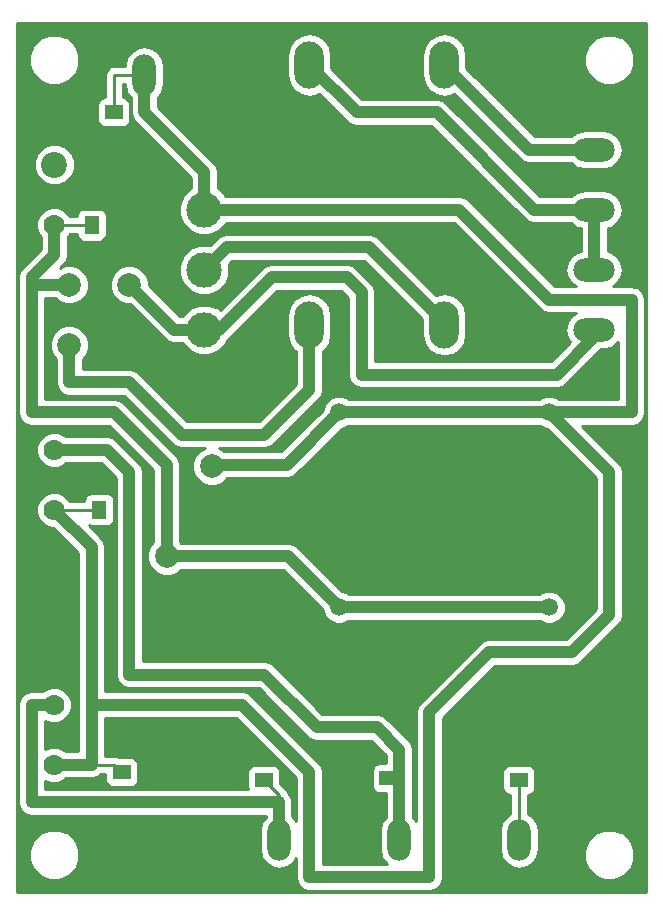
<source format=gbr>
G04 #@! TF.FileFunction,Copper,L2,Bot,Signal*
%FSLAX46Y46*%
G04 Gerber Fmt 4.6, Leading zero omitted, Abs format (unit mm)*
G04 Created by KiCad (PCBNEW (after 2015-mar-04 BZR unknown)-product) date Wed 02 Nov 2016 01:14:16 AM CET*
%MOMM*%
G01*
G04 APERTURE LIST*
%ADD10C,0.100000*%
%ADD11C,0.970000*%
%ADD12C,1.778000*%
%ADD13R,1.778000X1.778000*%
%ADD14C,2.200000*%
%ADD15O,2.499360X4.000500*%
%ADD16O,3.500120X1.998980*%
%ADD17O,1.998980X3.500120*%
%ADD18C,1.998980*%
%ADD19C,1.501140*%
%ADD20C,3.000000*%
%ADD21C,2.000000*%
%ADD22R,1.500000X1.250000*%
%ADD23R,1.250000X1.500000*%
%ADD24C,1.000000*%
%ADD25C,0.250000*%
%ADD26C,0.254000*%
G04 APERTURE END LIST*
D10*
D11*
X23495000Y-26670000D03*
X23495000Y-24765000D03*
X28575000Y-50800000D03*
X30480000Y-50800000D03*
X32385000Y-50800000D03*
X34290000Y-50800000D03*
X35560000Y-49530000D03*
X36830000Y-48260000D03*
X38100000Y-46990000D03*
X39370000Y-45720000D03*
X25400000Y-53340000D03*
X27305000Y-53340000D03*
X29210000Y-53340000D03*
X31115000Y-53340000D03*
X41275000Y-62230000D03*
X43180000Y-62230000D03*
X45085000Y-62230000D03*
X46990000Y-62230000D03*
X46990000Y-58420000D03*
X45085000Y-58420000D03*
X43180000Y-58420000D03*
X41275000Y-58420000D03*
X51435000Y-66675000D03*
X50165000Y-67945000D03*
X48895000Y-69215000D03*
X47625000Y-70485000D03*
X39370000Y-76835000D03*
X37465000Y-76835000D03*
X41275000Y-73025000D03*
X39370000Y-73025000D03*
X37465000Y-73025000D03*
X24130000Y-79375000D03*
X22225000Y-79375000D03*
X20320000Y-79375000D03*
X18415000Y-79375000D03*
X27305000Y-74295000D03*
X25400000Y-74295000D03*
X28575000Y-70485000D03*
X26670000Y-70485000D03*
X13335000Y-62230000D03*
X13335000Y-64135000D03*
X13335000Y-66040000D03*
X13335000Y-66040000D03*
X13335000Y-64135000D03*
X13335000Y-62230000D03*
X13335000Y-62230000D03*
X13335000Y-64135000D03*
X13335000Y-66040000D03*
X13335000Y-66040000D03*
X13335000Y-64135000D03*
X13335000Y-62230000D03*
X13335000Y-60325000D03*
X13335000Y-58420000D03*
X11430000Y-56515000D03*
X13335000Y-56515000D03*
X13335000Y-54610000D03*
X11430000Y-54610000D03*
X11430000Y-52705000D03*
X11430000Y-50800000D03*
X11430000Y-48895000D03*
X11430000Y-46990000D03*
X24765000Y-59055000D03*
X31115000Y-59055000D03*
X22860000Y-59055000D03*
X29210000Y-59055000D03*
X27305000Y-59055000D03*
X23495000Y-41275000D03*
X22225000Y-39370000D03*
X24130000Y-39370000D03*
X45085000Y-24765000D03*
X43180000Y-24765000D03*
X41275000Y-24765000D03*
X39370000Y-24765000D03*
X37465000Y-24765000D03*
X35560000Y-24765000D03*
X33655000Y-24765000D03*
X31750000Y-24765000D03*
X11430000Y-27940000D03*
X11430000Y-22860000D03*
X11430000Y-25400000D03*
X19685000Y-26670000D03*
X21590000Y-26670000D03*
X21590000Y-24765000D03*
X19685000Y-24765000D03*
X29845000Y-43180000D03*
X29845000Y-41275000D03*
X33655000Y-41275000D03*
X31750000Y-41275000D03*
X31750000Y-43180000D03*
D12*
X13970000Y-73660000D03*
D13*
X13970000Y-71120000D03*
D12*
X13970000Y-68580000D03*
X13970000Y-52070000D03*
D13*
X13970000Y-49530000D03*
D12*
X13970000Y-46990000D03*
X13970000Y-27940000D03*
D13*
X13970000Y-25400000D03*
D14*
X13970000Y-22860000D03*
D15*
X46990000Y-36400740D03*
X46990000Y-14399260D03*
X35560000Y-36400740D03*
X35560000Y-14399260D03*
D16*
X59690000Y-26670000D03*
X59690000Y-21590000D03*
X59690000Y-36830000D03*
X59690000Y-31750000D03*
D17*
X27940000Y-80010000D03*
X33020000Y-80010000D03*
X38100000Y-80010000D03*
X43180000Y-80010000D03*
X48260000Y-80010000D03*
X53340000Y-80010000D03*
X26670000Y-15240000D03*
X21590000Y-15240000D03*
D18*
X27305000Y-48380000D03*
X27305000Y-63380000D03*
X23495000Y-56000000D03*
X23495000Y-71000000D03*
D19*
X55880000Y-51435000D03*
X55880000Y-43815000D03*
X55880000Y-67945000D03*
X55880000Y-60325000D03*
X38100000Y-51435000D03*
X38100000Y-43815000D03*
X38100000Y-67945000D03*
X38100000Y-60325000D03*
D20*
X26670000Y-26670000D03*
X26670000Y-36830000D03*
X26670000Y-31750000D03*
X26670000Y-41910000D03*
D21*
X20320000Y-38100000D03*
X20320000Y-33020000D03*
X15240000Y-33020000D03*
X15240000Y-38100000D03*
D22*
X19030000Y-18415000D03*
X16530000Y-18415000D03*
D23*
X17145000Y-27960000D03*
X17145000Y-30460000D03*
X17780000Y-52050000D03*
X17780000Y-49550000D03*
D22*
X19705000Y-74295000D03*
X22205000Y-74295000D03*
X31730000Y-74930000D03*
X29230000Y-74930000D03*
X42271000Y-74803000D03*
X39771000Y-74803000D03*
X53320000Y-74930000D03*
X50820000Y-74930000D03*
D24*
X19685000Y-68580000D02*
X17145000Y-68580000D01*
X60960000Y-48895000D02*
X60960000Y-60960000D01*
X60960000Y-60960000D02*
X57785000Y-64135000D01*
X57785000Y-64135000D02*
X50800000Y-64135000D01*
X50800000Y-64135000D02*
X45720000Y-69215000D01*
X45720000Y-69215000D02*
X45720000Y-83185000D01*
X45720000Y-83185000D02*
X35560000Y-83185000D01*
X35560000Y-83185000D02*
X35560000Y-74295000D01*
X35560000Y-74295000D02*
X29845000Y-68580000D01*
X29845000Y-68580000D02*
X19685000Y-68580000D01*
X55880000Y-43815000D02*
X60960000Y-48895000D01*
X17145000Y-68580000D02*
X17145000Y-69850000D01*
X38100000Y-43815000D02*
X33655000Y-48260000D01*
X33655000Y-48260000D02*
X27425000Y-48260000D01*
X27425000Y-48260000D02*
X27305000Y-48380000D01*
X38100000Y-43815000D02*
X55880000Y-43815000D01*
D25*
X13970000Y-52070000D02*
X17260000Y-52070000D01*
X17260000Y-52070000D02*
X17780000Y-51550000D01*
D24*
X17145000Y-55245000D02*
X13970000Y-52070000D01*
X17145000Y-55245000D02*
X17145000Y-69850000D01*
X13970000Y-73660000D02*
X17145000Y-73660000D01*
X17145000Y-69850000D02*
X17145000Y-73660000D01*
X26670000Y-23495000D02*
X21590000Y-18415000D01*
X21590000Y-18415000D02*
X21590000Y-15240000D01*
X26670000Y-26670000D02*
X26670000Y-23495000D01*
X48260000Y-26670000D02*
X55880000Y-34290000D01*
X55880000Y-34290000D02*
X62865000Y-34290000D01*
X62865000Y-34290000D02*
X62865000Y-43815000D01*
X62865000Y-43815000D02*
X55880000Y-43815000D01*
X26670000Y-26670000D02*
X48260000Y-26670000D01*
D25*
X19050000Y-15240000D02*
X19030000Y-15260000D01*
X19030000Y-15260000D02*
X19030000Y-18415000D01*
X21590000Y-15240000D02*
X19050000Y-15240000D01*
X19070000Y-73660000D02*
X19705000Y-74295000D01*
X13970000Y-73660000D02*
X19070000Y-73660000D01*
D24*
X12065000Y-33020000D02*
X15240000Y-33020000D01*
X12065000Y-43815000D02*
X12065000Y-43815000D01*
X13970000Y-27940000D02*
X13970000Y-30480000D01*
X13970000Y-30480000D02*
X12065000Y-32385000D01*
X12065000Y-32385000D02*
X12065000Y-33020000D01*
X12065000Y-33020000D02*
X12065000Y-38100000D01*
X23495000Y-55245000D02*
X23495000Y-55245000D01*
X12065000Y-38100000D02*
X12065000Y-43815000D01*
X23495000Y-48260000D02*
X23495000Y-55245000D01*
X19050000Y-43815000D02*
X23495000Y-48260000D01*
X13335000Y-43815000D02*
X19050000Y-43815000D01*
X12065000Y-43815000D02*
X13335000Y-43815000D01*
X23495000Y-56000000D02*
X33775000Y-56000000D01*
X33775000Y-56000000D02*
X38100000Y-60325000D01*
X38100000Y-60325000D02*
X55880000Y-60325000D01*
D25*
X13970000Y-27940000D02*
X17566600Y-27940000D01*
X17566600Y-27940000D02*
X17576800Y-27950200D01*
D24*
X23495000Y-55245000D02*
X23495000Y-56000000D01*
D25*
X33020000Y-76220000D02*
X31730000Y-74930000D01*
X33020000Y-80010000D02*
X33020000Y-76220000D01*
D24*
X16510000Y-76835000D02*
X32999673Y-76835130D01*
X13970000Y-68580000D02*
X12065000Y-68580000D01*
X12065000Y-76835000D02*
X16510000Y-76835000D01*
X12065000Y-68580000D02*
X12065000Y-76835000D01*
X32999673Y-76835130D02*
X33020000Y-80010000D01*
X20320000Y-66040000D02*
X20320000Y-48895000D01*
X43180000Y-80010000D02*
X43180000Y-72390000D01*
X41275000Y-70485000D02*
X43180000Y-72390000D01*
X36195000Y-70485000D02*
X41275000Y-70485000D01*
X31750000Y-66040000D02*
X36195000Y-70485000D01*
X20320000Y-66040000D02*
X31750000Y-66040000D01*
X18415000Y-46990000D02*
X13970000Y-46990000D01*
X20320000Y-48895000D02*
X18415000Y-46990000D01*
D25*
X43180000Y-80010000D02*
X43180000Y-75450000D01*
X43180000Y-75450000D02*
X42660000Y-74930000D01*
X43180000Y-75712000D02*
X42271000Y-74803000D01*
X43180000Y-80010000D02*
X43180000Y-75712000D01*
X53340000Y-75450000D02*
X52820000Y-74930000D01*
X53086000Y-74930000D02*
X52766000Y-74930000D01*
X53340000Y-74950000D02*
X53320000Y-74930000D01*
X53340000Y-80010000D02*
X53340000Y-74950000D01*
D24*
X32385000Y-32385000D02*
X38735000Y-32385000D01*
X27940000Y-36830000D02*
X32385000Y-32385000D01*
X40005000Y-40640000D02*
X56515000Y-40640000D01*
X56515000Y-40640000D02*
X59690000Y-37465000D01*
X40005000Y-33655000D02*
X40005000Y-40640000D01*
X38735000Y-32385000D02*
X40005000Y-33655000D01*
X20320000Y-33020000D02*
X24130000Y-36830000D01*
X24130000Y-36830000D02*
X26670000Y-36830000D01*
X59690000Y-37465000D02*
X59690000Y-36830000D01*
X26670000Y-36830000D02*
X27940000Y-36830000D01*
X30480000Y-29845000D02*
X28575000Y-29845000D01*
X28575000Y-29845000D02*
X26670000Y-31750000D01*
X30274260Y-29845000D02*
X30480000Y-29845000D01*
X30480000Y-29845000D02*
X40640000Y-29845000D01*
X40640000Y-29845000D02*
X46990000Y-36195000D01*
X35560000Y-36400740D02*
X35560000Y-41910000D01*
X15240000Y-41275000D02*
X15240000Y-38100000D01*
X20320000Y-41275000D02*
X15240000Y-41275000D01*
X24765000Y-45720000D02*
X20320000Y-41275000D01*
X31750000Y-45720000D02*
X24765000Y-45720000D01*
X35560000Y-41910000D02*
X31750000Y-45720000D01*
X54180740Y-21590000D02*
X46990000Y-14399260D01*
X59690000Y-21590000D02*
X54180740Y-21590000D01*
X59690000Y-26670000D02*
X54610000Y-26670000D01*
X39575740Y-18415000D02*
X35560000Y-14399260D01*
X46355000Y-18415000D02*
X39575740Y-18415000D01*
X54610000Y-26670000D02*
X46355000Y-18415000D01*
X59690000Y-26670000D02*
X59690000Y-31750000D01*
D26*
G36*
X34425000Y-78429960D02*
X34175759Y-78056945D01*
X34142376Y-78034639D01*
X34134650Y-76827863D01*
X34090763Y-76614381D01*
X34048279Y-76400792D01*
X34046220Y-76397711D01*
X34045474Y-76394079D01*
X33923251Y-76213671D01*
X33802245Y-76032570D01*
X33799162Y-76030510D01*
X33797084Y-76027442D01*
X33733342Y-75985439D01*
X33722148Y-75929161D01*
X33722147Y-75929160D01*
X33667480Y-75847345D01*
X33557401Y-75682599D01*
X33557401Y-75682598D01*
X33127440Y-75252637D01*
X33127440Y-74305000D01*
X33080463Y-74062877D01*
X32940673Y-73850073D01*
X32729640Y-73707623D01*
X32480000Y-73657560D01*
X30980000Y-73657560D01*
X30737877Y-73704537D01*
X30525073Y-73844327D01*
X30382623Y-74055360D01*
X30332560Y-74305000D01*
X30332560Y-75555000D01*
X30360714Y-75700109D01*
X16510009Y-75700000D01*
X16510004Y-75700000D01*
X16510000Y-75700000D01*
X13200000Y-75700000D01*
X13200000Y-74990430D01*
X13665528Y-75183735D01*
X14271812Y-75184264D01*
X14832149Y-74952738D01*
X14990162Y-74795000D01*
X17145000Y-74795000D01*
X17579346Y-74708603D01*
X17947566Y-74462566D01*
X17976007Y-74420000D01*
X18307560Y-74420000D01*
X18307560Y-74920000D01*
X18354537Y-75162123D01*
X18494327Y-75374927D01*
X18705360Y-75517377D01*
X18955000Y-75567440D01*
X20455000Y-75567440D01*
X20697123Y-75520463D01*
X20909927Y-75380673D01*
X21052377Y-75169640D01*
X21102440Y-74920000D01*
X21102440Y-73670000D01*
X21055463Y-73427877D01*
X20915673Y-73215073D01*
X20704640Y-73072623D01*
X20455000Y-73022560D01*
X19457681Y-73022560D01*
X19360839Y-72957852D01*
X19070000Y-72900000D01*
X18280000Y-72900000D01*
X18280000Y-69850000D01*
X18280000Y-69715000D01*
X19685000Y-69715000D01*
X29374867Y-69715000D01*
X34425000Y-74765132D01*
X34425000Y-78429960D01*
X34425000Y-78429960D01*
G37*
X34425000Y-78429960D02*
X34175759Y-78056945D01*
X34142376Y-78034639D01*
X34134650Y-76827863D01*
X34090763Y-76614381D01*
X34048279Y-76400792D01*
X34046220Y-76397711D01*
X34045474Y-76394079D01*
X33923251Y-76213671D01*
X33802245Y-76032570D01*
X33799162Y-76030510D01*
X33797084Y-76027442D01*
X33733342Y-75985439D01*
X33722148Y-75929161D01*
X33722147Y-75929160D01*
X33667480Y-75847345D01*
X33557401Y-75682599D01*
X33557401Y-75682598D01*
X33127440Y-75252637D01*
X33127440Y-74305000D01*
X33080463Y-74062877D01*
X32940673Y-73850073D01*
X32729640Y-73707623D01*
X32480000Y-73657560D01*
X30980000Y-73657560D01*
X30737877Y-73704537D01*
X30525073Y-73844327D01*
X30382623Y-74055360D01*
X30332560Y-74305000D01*
X30332560Y-75555000D01*
X30360714Y-75700109D01*
X16510009Y-75700000D01*
X16510004Y-75700000D01*
X16510000Y-75700000D01*
X13200000Y-75700000D01*
X13200000Y-74990430D01*
X13665528Y-75183735D01*
X14271812Y-75184264D01*
X14832149Y-74952738D01*
X14990162Y-74795000D01*
X17145000Y-74795000D01*
X17579346Y-74708603D01*
X17947566Y-74462566D01*
X17976007Y-74420000D01*
X18307560Y-74420000D01*
X18307560Y-74920000D01*
X18354537Y-75162123D01*
X18494327Y-75374927D01*
X18705360Y-75517377D01*
X18955000Y-75567440D01*
X20455000Y-75567440D01*
X20697123Y-75520463D01*
X20909927Y-75380673D01*
X21052377Y-75169640D01*
X21102440Y-74920000D01*
X21102440Y-73670000D01*
X21055463Y-73427877D01*
X20915673Y-73215073D01*
X20704640Y-73072623D01*
X20455000Y-73022560D01*
X19457681Y-73022560D01*
X19360839Y-72957852D01*
X19070000Y-72900000D01*
X18280000Y-72900000D01*
X18280000Y-69850000D01*
X18280000Y-69715000D01*
X19685000Y-69715000D01*
X29374867Y-69715000D01*
X34425000Y-74765132D01*
X34425000Y-78429960D01*
G36*
X64085000Y-84405000D02*
X64000000Y-84405000D01*
X64000000Y-43815000D01*
X64000000Y-34290000D01*
X63913603Y-33855654D01*
X63667566Y-33487434D01*
X63299346Y-33241397D01*
X63095240Y-33200797D01*
X63095240Y-13547211D01*
X62770910Y-12762273D01*
X62170886Y-12161200D01*
X61386515Y-11835501D01*
X60537211Y-11834760D01*
X59752273Y-12159090D01*
X59151200Y-12759114D01*
X58825501Y-13543485D01*
X58824760Y-14392789D01*
X59149090Y-15177727D01*
X59749114Y-15778800D01*
X60533485Y-16104499D01*
X61382789Y-16105240D01*
X62167727Y-15780910D01*
X62768800Y-15180886D01*
X63094499Y-14396515D01*
X63095240Y-13547211D01*
X63095240Y-33200797D01*
X62865000Y-33155000D01*
X61270039Y-33155000D01*
X61643055Y-32905759D01*
X61997368Y-32375492D01*
X62121786Y-31750000D01*
X61997368Y-31124508D01*
X61643055Y-30594241D01*
X61112788Y-30239928D01*
X60825000Y-30182683D01*
X60825000Y-28237316D01*
X61112788Y-28180072D01*
X61643055Y-27825759D01*
X61997368Y-27295492D01*
X62121786Y-26670000D01*
X62121786Y-21590000D01*
X61997368Y-20964508D01*
X61643055Y-20434241D01*
X61112788Y-20079928D01*
X60487296Y-19955510D01*
X58892704Y-19955510D01*
X58267212Y-20079928D01*
X57736945Y-20434241D01*
X57723074Y-20455000D01*
X54650872Y-20455000D01*
X48874680Y-14678808D01*
X48874680Y-13597062D01*
X48731217Y-12875826D01*
X48322670Y-12264392D01*
X47711236Y-11855845D01*
X46990000Y-11712382D01*
X46268764Y-11855845D01*
X45657330Y-12264392D01*
X45248783Y-12875826D01*
X45105320Y-13597062D01*
X45105320Y-15201458D01*
X45248783Y-15922694D01*
X45657330Y-16534128D01*
X46268764Y-16942675D01*
X46990000Y-17086138D01*
X47711236Y-16942675D01*
X47841346Y-16855738D01*
X53378174Y-22392566D01*
X53746394Y-22638603D01*
X53746395Y-22638603D01*
X54180740Y-22725000D01*
X57723074Y-22725000D01*
X57736945Y-22745759D01*
X58267212Y-23100072D01*
X58892704Y-23224490D01*
X60487296Y-23224490D01*
X61112788Y-23100072D01*
X61643055Y-22745759D01*
X61997368Y-22215492D01*
X62121786Y-21590000D01*
X62121786Y-26670000D01*
X61997368Y-26044508D01*
X61643055Y-25514241D01*
X61112788Y-25159928D01*
X60487296Y-25035510D01*
X58892704Y-25035510D01*
X58267212Y-25159928D01*
X57736945Y-25514241D01*
X57723074Y-25535000D01*
X55080132Y-25535000D01*
X47157566Y-17612434D01*
X46789346Y-17366397D01*
X46355000Y-17280000D01*
X40045872Y-17280000D01*
X37444680Y-14678808D01*
X37444680Y-13597062D01*
X37301217Y-12875826D01*
X36892670Y-12264392D01*
X36281236Y-11855845D01*
X35560000Y-11712382D01*
X34838764Y-11855845D01*
X34227330Y-12264392D01*
X33818783Y-12875826D01*
X33675320Y-13597062D01*
X33675320Y-15201458D01*
X33818783Y-15922694D01*
X34227330Y-16534128D01*
X34838764Y-16942675D01*
X35560000Y-17086138D01*
X36281236Y-16942675D01*
X36411346Y-16855738D01*
X38773174Y-19217566D01*
X39141394Y-19463603D01*
X39141395Y-19463603D01*
X39575740Y-19550000D01*
X45884867Y-19550000D01*
X53807434Y-27472566D01*
X54175654Y-27718603D01*
X54175655Y-27718603D01*
X54610000Y-27805000D01*
X57723074Y-27805000D01*
X57736945Y-27825759D01*
X58267212Y-28180072D01*
X58555000Y-28237316D01*
X58555000Y-30182683D01*
X58267212Y-30239928D01*
X57736945Y-30594241D01*
X57382632Y-31124508D01*
X57258214Y-31750000D01*
X57382632Y-32375492D01*
X57736945Y-32905759D01*
X58109960Y-33155000D01*
X56350132Y-33155000D01*
X49062566Y-25867434D01*
X48694346Y-25621397D01*
X48260000Y-25535000D01*
X28511100Y-25535000D01*
X28481020Y-25462200D01*
X27880959Y-24861091D01*
X27805000Y-24829550D01*
X27805000Y-23495000D01*
X27718603Y-23060655D01*
X27718603Y-23060654D01*
X27472566Y-22692434D01*
X22725000Y-17944868D01*
X22725000Y-17206925D01*
X22745759Y-17193055D01*
X23100072Y-16662788D01*
X23224490Y-16037296D01*
X23224490Y-14442704D01*
X23100072Y-13817212D01*
X22745759Y-13286945D01*
X22215492Y-12932632D01*
X21590000Y-12808214D01*
X20964508Y-12932632D01*
X20434241Y-13286945D01*
X20079928Y-13817212D01*
X19955510Y-14442704D01*
X19955510Y-14480000D01*
X19050000Y-14480000D01*
X18759160Y-14537852D01*
X18512599Y-14702599D01*
X18492599Y-14722599D01*
X18327852Y-14969161D01*
X18270000Y-15260000D01*
X18270000Y-17144500D01*
X18037877Y-17189537D01*
X17825073Y-17329327D01*
X17682623Y-17540360D01*
X17632560Y-17790000D01*
X17632560Y-19040000D01*
X17679537Y-19282123D01*
X17819327Y-19494927D01*
X18030360Y-19637377D01*
X18280000Y-19687440D01*
X19780000Y-19687440D01*
X20022123Y-19640463D01*
X20234927Y-19500673D01*
X20377377Y-19289640D01*
X20427440Y-19040000D01*
X20427440Y-17790000D01*
X20380463Y-17547877D01*
X20240673Y-17335073D01*
X20029640Y-17192623D01*
X19790000Y-17144565D01*
X19790000Y-16000000D01*
X19955510Y-16000000D01*
X19955510Y-16037296D01*
X20079928Y-16662788D01*
X20434241Y-17193055D01*
X20455000Y-17206925D01*
X20455000Y-18415000D01*
X20541397Y-18849346D01*
X20787434Y-19217566D01*
X25535000Y-23965132D01*
X25535000Y-24828899D01*
X25462200Y-24858980D01*
X24861091Y-25459041D01*
X24535372Y-26243459D01*
X24534630Y-27092815D01*
X24858980Y-27877800D01*
X25459041Y-28478909D01*
X26243459Y-28804628D01*
X27092815Y-28805370D01*
X27877800Y-28481020D01*
X28478909Y-27880959D01*
X28510449Y-27805000D01*
X47789868Y-27805000D01*
X55077434Y-35092566D01*
X55445654Y-35338603D01*
X55880000Y-35425000D01*
X58109960Y-35425000D01*
X57736945Y-35674241D01*
X57382632Y-36204508D01*
X57258214Y-36830000D01*
X57382632Y-37455492D01*
X57667716Y-37882151D01*
X56044868Y-39505000D01*
X48874680Y-39505000D01*
X48874680Y-37202938D01*
X48874680Y-35598542D01*
X48731217Y-34877306D01*
X48322670Y-34265872D01*
X47711236Y-33857325D01*
X46990000Y-33713862D01*
X46268764Y-33857325D01*
X46261985Y-33861853D01*
X41442566Y-29042434D01*
X41074346Y-28796397D01*
X40640000Y-28710000D01*
X30480000Y-28710000D01*
X30274260Y-28710000D01*
X28575000Y-28710000D01*
X28140654Y-28796397D01*
X27772434Y-29042434D01*
X27169288Y-29645579D01*
X27096541Y-29615372D01*
X26247185Y-29614630D01*
X25462200Y-29938980D01*
X24861091Y-30539041D01*
X24535372Y-31323459D01*
X24534630Y-32172815D01*
X24858980Y-32957800D01*
X25459041Y-33558909D01*
X26243459Y-33884628D01*
X27092815Y-33885370D01*
X27877800Y-33561020D01*
X28478909Y-32960959D01*
X28804628Y-32176541D01*
X28805370Y-31327185D01*
X28773961Y-31251170D01*
X29045132Y-30980000D01*
X30274260Y-30980000D01*
X30480000Y-30980000D01*
X40169868Y-30980000D01*
X45105320Y-35915452D01*
X45105320Y-37202938D01*
X45248783Y-37924174D01*
X45657330Y-38535608D01*
X46268764Y-38944155D01*
X46990000Y-39087618D01*
X47711236Y-38944155D01*
X48322670Y-38535608D01*
X48731217Y-37924174D01*
X48874680Y-37202938D01*
X48874680Y-39505000D01*
X41140000Y-39505000D01*
X41140000Y-33655000D01*
X41053603Y-33220655D01*
X41053603Y-33220654D01*
X40807566Y-32852434D01*
X39537566Y-31582434D01*
X39169346Y-31336397D01*
X38735000Y-31250000D01*
X32385000Y-31250000D01*
X31950654Y-31336397D01*
X31582434Y-31582434D01*
X28012253Y-35152614D01*
X27880959Y-35021091D01*
X27096541Y-34695372D01*
X26247185Y-34694630D01*
X25462200Y-35018980D01*
X24861091Y-35619041D01*
X24829550Y-35695000D01*
X24600132Y-35695000D01*
X21954975Y-33049843D01*
X21955284Y-32696205D01*
X21706894Y-32095057D01*
X21247363Y-31634722D01*
X20646648Y-31385284D01*
X19996205Y-31384716D01*
X19395057Y-31633106D01*
X18934722Y-32092637D01*
X18685284Y-32693352D01*
X18684716Y-33343795D01*
X18933106Y-33944943D01*
X19392637Y-34405278D01*
X19993352Y-34654716D01*
X20349895Y-34655027D01*
X23327434Y-37632566D01*
X23695654Y-37878603D01*
X23695655Y-37878604D01*
X24130000Y-37965000D01*
X24828899Y-37965000D01*
X24858980Y-38037800D01*
X25459041Y-38638909D01*
X26243459Y-38964628D01*
X27092815Y-38965370D01*
X27877800Y-38641020D01*
X28478909Y-38040959D01*
X28612363Y-37719564D01*
X28742566Y-37632566D01*
X32855132Y-33520000D01*
X38264868Y-33520000D01*
X38870000Y-34125132D01*
X38870000Y-40640000D01*
X38956397Y-41074346D01*
X39202434Y-41442566D01*
X39570654Y-41688603D01*
X40005000Y-41775000D01*
X56515000Y-41775000D01*
X56949345Y-41688603D01*
X56949346Y-41688603D01*
X57317566Y-41442566D01*
X60295642Y-38464490D01*
X60487296Y-38464490D01*
X61112788Y-38340072D01*
X61643055Y-37985759D01*
X61730000Y-37855636D01*
X61730000Y-42680000D01*
X56704763Y-42680000D01*
X56665887Y-42641056D01*
X56156816Y-42429671D01*
X55605602Y-42429190D01*
X55096163Y-42639686D01*
X55055778Y-42680000D01*
X38924763Y-42680000D01*
X38885887Y-42641056D01*
X38376816Y-42429671D01*
X37825602Y-42429190D01*
X37316163Y-42639686D01*
X36926056Y-43029113D01*
X36714671Y-43538184D01*
X36714621Y-43595246D01*
X33184868Y-47125000D01*
X28361692Y-47125000D01*
X28232073Y-46995154D01*
X27894544Y-46855000D01*
X31750000Y-46855000D01*
X32184345Y-46768603D01*
X32184346Y-46768603D01*
X32552566Y-46522566D01*
X36362566Y-42712566D01*
X36608603Y-42344346D01*
X36608604Y-42344345D01*
X36695000Y-41910000D01*
X36695000Y-38667686D01*
X36892670Y-38535608D01*
X37301217Y-37924174D01*
X37444680Y-37202938D01*
X37444680Y-35598542D01*
X37301217Y-34877306D01*
X36892670Y-34265872D01*
X36281236Y-33857325D01*
X35560000Y-33713862D01*
X34838764Y-33857325D01*
X34227330Y-34265872D01*
X33818783Y-34877306D01*
X33675320Y-35598542D01*
X33675320Y-37202938D01*
X33818783Y-37924174D01*
X34227330Y-38535608D01*
X34425000Y-38667686D01*
X34425000Y-41439868D01*
X31279868Y-44585000D01*
X25235132Y-44585000D01*
X21122566Y-40472434D01*
X20754346Y-40226397D01*
X20320000Y-40140000D01*
X16375000Y-40140000D01*
X16375000Y-39277203D01*
X16625278Y-39027363D01*
X16874716Y-38426648D01*
X16875284Y-37776205D01*
X16626894Y-37175057D01*
X16167363Y-36714722D01*
X15566648Y-36465284D01*
X14916205Y-36464716D01*
X14315057Y-36713106D01*
X13854722Y-37172637D01*
X13605284Y-37773352D01*
X13604716Y-38423795D01*
X13853106Y-39024943D01*
X14105000Y-39277277D01*
X14105000Y-41275000D01*
X14191397Y-41709346D01*
X14437434Y-42077566D01*
X14805654Y-42323603D01*
X15240000Y-42410000D01*
X19849868Y-42410000D01*
X23962434Y-46522566D01*
X24330654Y-46768603D01*
X24330655Y-46768603D01*
X24765000Y-46855000D01*
X26715632Y-46855000D01*
X26380345Y-46993538D01*
X25920154Y-47452927D01*
X25670794Y-48053453D01*
X25670226Y-48703694D01*
X25918538Y-49304655D01*
X26377927Y-49764846D01*
X26978453Y-50014206D01*
X27628694Y-50014774D01*
X28229655Y-49766462D01*
X28601765Y-49395000D01*
X33655000Y-49395000D01*
X34089345Y-49308603D01*
X34089346Y-49308603D01*
X34457566Y-49062566D01*
X38319370Y-45200761D01*
X38374398Y-45200810D01*
X38883837Y-44990314D01*
X38924221Y-44950000D01*
X55055236Y-44950000D01*
X55094113Y-44988944D01*
X55603184Y-45200329D01*
X55660246Y-45200378D01*
X59825000Y-49365132D01*
X59825000Y-60489868D01*
X57314868Y-63000000D01*
X57265810Y-63000000D01*
X57265810Y-60050602D01*
X57055314Y-59541163D01*
X56665887Y-59151056D01*
X56156816Y-58939671D01*
X55605602Y-58939190D01*
X55096163Y-59149686D01*
X55055778Y-59190000D01*
X38924763Y-59190000D01*
X38885887Y-59151056D01*
X38376816Y-58939671D01*
X38319753Y-58939621D01*
X34577566Y-55197434D01*
X34209346Y-54951397D01*
X33775000Y-54865000D01*
X24671483Y-54865000D01*
X24630000Y-54823443D01*
X24630000Y-48260000D01*
X24543603Y-47825655D01*
X24543603Y-47825654D01*
X24297566Y-47457434D01*
X19852566Y-43012434D01*
X19484346Y-42766397D01*
X19050000Y-42680000D01*
X13335000Y-42680000D01*
X13200000Y-42680000D01*
X13200000Y-38100000D01*
X13200000Y-34155000D01*
X14062796Y-34155000D01*
X14312637Y-34405278D01*
X14913352Y-34654716D01*
X15563795Y-34655284D01*
X16164943Y-34406894D01*
X16625278Y-33947363D01*
X16874716Y-33346648D01*
X16875284Y-32696205D01*
X16626894Y-32095057D01*
X16167363Y-31634722D01*
X15566648Y-31385284D01*
X14916205Y-31384716D01*
X14497346Y-31557785D01*
X14772566Y-31282566D01*
X15018603Y-30914346D01*
X15018603Y-30914345D01*
X15105000Y-30480000D01*
X15105000Y-28960362D01*
X15261231Y-28804404D01*
X15304583Y-28700000D01*
X15872560Y-28700000D01*
X15872560Y-28710000D01*
X15919537Y-28952123D01*
X16059327Y-29164927D01*
X16270360Y-29307377D01*
X16520000Y-29357440D01*
X17770000Y-29357440D01*
X18012123Y-29310463D01*
X18224927Y-29170673D01*
X18367377Y-28959640D01*
X18417440Y-28710000D01*
X18417440Y-27210000D01*
X18370463Y-26967877D01*
X18230673Y-26755073D01*
X18019640Y-26612623D01*
X17770000Y-26562560D01*
X16520000Y-26562560D01*
X16277877Y-26609537D01*
X16105240Y-26722941D01*
X16105240Y-13547211D01*
X15780910Y-12762273D01*
X15180886Y-12161200D01*
X14396515Y-11835501D01*
X13547211Y-11834760D01*
X12762273Y-12159090D01*
X12161200Y-12759114D01*
X11835501Y-13543485D01*
X11834760Y-14392789D01*
X12159090Y-15177727D01*
X12759114Y-15778800D01*
X13543485Y-16104499D01*
X14392789Y-16105240D01*
X15177727Y-15780910D01*
X15778800Y-15180886D01*
X16104499Y-14396515D01*
X16105240Y-13547211D01*
X16105240Y-26722941D01*
X16065073Y-26749327D01*
X15922623Y-26960360D01*
X15878576Y-27180000D01*
X15705301Y-27180000D01*
X15705301Y-22516401D01*
X15441719Y-21878485D01*
X14954082Y-21389996D01*
X14316627Y-21125301D01*
X13626401Y-21124699D01*
X12988485Y-21388281D01*
X12499996Y-21875918D01*
X12235301Y-22513373D01*
X12234699Y-23203599D01*
X12498281Y-23841515D01*
X12985918Y-24330004D01*
X13623373Y-24594699D01*
X14313599Y-24595301D01*
X14951515Y-24331719D01*
X15440004Y-23844082D01*
X15704699Y-23206627D01*
X15705301Y-22516401D01*
X15705301Y-27180000D01*
X15304945Y-27180000D01*
X15262738Y-27077851D01*
X14834404Y-26648769D01*
X14274472Y-26416265D01*
X13668188Y-26415736D01*
X13107851Y-26647262D01*
X12678769Y-27075596D01*
X12446265Y-27635528D01*
X12445736Y-28241812D01*
X12677262Y-28802149D01*
X12835000Y-28960162D01*
X12835000Y-30009868D01*
X11262434Y-31582434D01*
X11016397Y-31950654D01*
X10930000Y-32385000D01*
X10930000Y-33020000D01*
X10930000Y-38100000D01*
X10930000Y-43815000D01*
X11016397Y-44249346D01*
X11262434Y-44617566D01*
X11630654Y-44863603D01*
X12065000Y-44950000D01*
X13335000Y-44950000D01*
X18579868Y-44950000D01*
X22360000Y-48730132D01*
X22360000Y-54823516D01*
X22110154Y-55072927D01*
X21860794Y-55673453D01*
X21860226Y-56323694D01*
X22108538Y-56924655D01*
X22567927Y-57384846D01*
X23168453Y-57634206D01*
X23818694Y-57634774D01*
X24419655Y-57386462D01*
X24671556Y-57135000D01*
X33304868Y-57135000D01*
X36714238Y-60544370D01*
X36714190Y-60599398D01*
X36924686Y-61108837D01*
X37314113Y-61498944D01*
X37823184Y-61710329D01*
X38374398Y-61710810D01*
X38883837Y-61500314D01*
X38924221Y-61460000D01*
X55055236Y-61460000D01*
X55094113Y-61498944D01*
X55603184Y-61710329D01*
X56154398Y-61710810D01*
X56663837Y-61500314D01*
X57053944Y-61110887D01*
X57265329Y-60601816D01*
X57265810Y-60050602D01*
X57265810Y-63000000D01*
X50800000Y-63000000D01*
X50365654Y-63086397D01*
X49997434Y-63332434D01*
X44917434Y-68412434D01*
X44671397Y-68780654D01*
X44585000Y-69215000D01*
X44585000Y-78429960D01*
X44335759Y-78056945D01*
X44315000Y-78043074D01*
X44315000Y-72390000D01*
X44228603Y-71955655D01*
X44228603Y-71955654D01*
X43982566Y-71587434D01*
X42077566Y-69682434D01*
X41709346Y-69436397D01*
X41275000Y-69350000D01*
X36665132Y-69350000D01*
X32552566Y-65237434D01*
X32184346Y-64991397D01*
X31750000Y-64905000D01*
X21455000Y-64905000D01*
X21455000Y-48895000D01*
X21368603Y-48460655D01*
X21368603Y-48460654D01*
X21122566Y-48092434D01*
X19217566Y-46187434D01*
X18849346Y-45941397D01*
X18415000Y-45855000D01*
X14990362Y-45855000D01*
X14834404Y-45698769D01*
X14274472Y-45466265D01*
X13668188Y-45465736D01*
X13107851Y-45697262D01*
X12678769Y-46125596D01*
X12446265Y-46685528D01*
X12445736Y-47291812D01*
X12677262Y-47852149D01*
X13105596Y-48281231D01*
X13665528Y-48513735D01*
X14271812Y-48514264D01*
X14832149Y-48282738D01*
X14990162Y-48125000D01*
X17944868Y-48125000D01*
X19185000Y-49365132D01*
X19185000Y-66040000D01*
X19271397Y-66474346D01*
X19517434Y-66842566D01*
X19885654Y-67088603D01*
X20320000Y-67175000D01*
X31279868Y-67175000D01*
X35392434Y-71287566D01*
X35760654Y-71533603D01*
X35760655Y-71533603D01*
X36195000Y-71620000D01*
X40804868Y-71620000D01*
X42045000Y-72860132D01*
X42045000Y-73530560D01*
X41521000Y-73530560D01*
X41278877Y-73577537D01*
X41066073Y-73717327D01*
X40923623Y-73928360D01*
X40873560Y-74178000D01*
X40873560Y-75428000D01*
X40920537Y-75670123D01*
X41060327Y-75882927D01*
X41271360Y-76025377D01*
X41521000Y-76075440D01*
X42045000Y-76075440D01*
X42045000Y-78043074D01*
X42024241Y-78056945D01*
X41669928Y-78587212D01*
X41545510Y-79212704D01*
X41545510Y-80807296D01*
X41669928Y-81432788D01*
X42024241Y-81963055D01*
X42154363Y-82050000D01*
X36695000Y-82050000D01*
X36695000Y-74295000D01*
X36608604Y-73860655D01*
X36608603Y-73860654D01*
X36362567Y-73492434D01*
X30647566Y-67777434D01*
X30279346Y-67531397D01*
X29845000Y-67445000D01*
X19685000Y-67445000D01*
X18280000Y-67445000D01*
X18280000Y-55245000D01*
X18193603Y-54810655D01*
X18193603Y-54810654D01*
X17947566Y-54442434D01*
X16896587Y-53391455D01*
X16905360Y-53397377D01*
X17155000Y-53447440D01*
X18405000Y-53447440D01*
X18647123Y-53400463D01*
X18859927Y-53260673D01*
X19002377Y-53049640D01*
X19052440Y-52800000D01*
X19052440Y-51300000D01*
X19005463Y-51057877D01*
X18865673Y-50845073D01*
X18654640Y-50702623D01*
X18405000Y-50652560D01*
X17155000Y-50652560D01*
X16912877Y-50699537D01*
X16700073Y-50839327D01*
X16557623Y-51050360D01*
X16507560Y-51300000D01*
X16507560Y-51310000D01*
X15304945Y-51310000D01*
X15262738Y-51207851D01*
X14834404Y-50778769D01*
X14274472Y-50546265D01*
X13668188Y-50545736D01*
X13107851Y-50777262D01*
X12678769Y-51205596D01*
X12446265Y-51765528D01*
X12445736Y-52371812D01*
X12677262Y-52932149D01*
X13105596Y-53361231D01*
X13665528Y-53593735D01*
X13888797Y-53593929D01*
X16010000Y-55715132D01*
X16010000Y-68580000D01*
X16010000Y-69850000D01*
X16010000Y-72525000D01*
X14990362Y-72525000D01*
X14834404Y-72368769D01*
X14274472Y-72136265D01*
X13668188Y-72135736D01*
X13200000Y-72329186D01*
X13200000Y-69910430D01*
X13665528Y-70103735D01*
X14271812Y-70104264D01*
X14832149Y-69872738D01*
X15261231Y-69444404D01*
X15493735Y-68884472D01*
X15494264Y-68278188D01*
X15262738Y-67717851D01*
X14834404Y-67288769D01*
X14274472Y-67056265D01*
X13668188Y-67055736D01*
X13107851Y-67287262D01*
X12949837Y-67445000D01*
X12065000Y-67445000D01*
X11630654Y-67531397D01*
X11262434Y-67777434D01*
X11016397Y-68145654D01*
X10930000Y-68580000D01*
X10930000Y-76835000D01*
X11016397Y-77269346D01*
X11262434Y-77637566D01*
X11630654Y-77883603D01*
X12065000Y-77970000D01*
X16509991Y-77970000D01*
X16510000Y-77970000D01*
X31871916Y-77970121D01*
X31872437Y-78051468D01*
X31864241Y-78056945D01*
X31509928Y-78587212D01*
X31385510Y-79212704D01*
X31385510Y-80807296D01*
X31509928Y-81432788D01*
X31864241Y-81963055D01*
X32394508Y-82317368D01*
X33020000Y-82441786D01*
X33645492Y-82317368D01*
X34175759Y-81963055D01*
X34425000Y-81590039D01*
X34425000Y-83185000D01*
X34511397Y-83619346D01*
X34757434Y-83987566D01*
X35125654Y-84233603D01*
X35560000Y-84320000D01*
X45720000Y-84320000D01*
X46154346Y-84233603D01*
X46522566Y-83987566D01*
X46768603Y-83619346D01*
X46855000Y-83185000D01*
X46855000Y-69685132D01*
X51270132Y-65270000D01*
X57785000Y-65270000D01*
X58219345Y-65183603D01*
X58219346Y-65183603D01*
X58587566Y-64937566D01*
X61762566Y-61762566D01*
X62008603Y-61394346D01*
X62008603Y-61394345D01*
X62095000Y-60960000D01*
X62095000Y-48895000D01*
X62008603Y-48460655D01*
X62008603Y-48460654D01*
X61762566Y-48092434D01*
X58620132Y-44950000D01*
X62865000Y-44950000D01*
X63299346Y-44863603D01*
X63667566Y-44617566D01*
X63913603Y-44249346D01*
X64000000Y-43815000D01*
X64000000Y-84405000D01*
X63095240Y-84405000D01*
X63095240Y-80857211D01*
X62770910Y-80072273D01*
X62170886Y-79471200D01*
X61386515Y-79145501D01*
X60537211Y-79144760D01*
X59752273Y-79469090D01*
X59151200Y-80069114D01*
X58825501Y-80853485D01*
X58824760Y-81702789D01*
X59149090Y-82487727D01*
X59749114Y-83088800D01*
X60533485Y-83414499D01*
X61382789Y-83415240D01*
X62167727Y-83090910D01*
X62768800Y-82490886D01*
X63094499Y-81706515D01*
X63095240Y-80857211D01*
X63095240Y-84405000D01*
X54974490Y-84405000D01*
X54974490Y-80807296D01*
X54974490Y-79212704D01*
X54850072Y-78587212D01*
X54495759Y-78056945D01*
X54100000Y-77792507D01*
X54100000Y-76196619D01*
X54312123Y-76155463D01*
X54524927Y-76015673D01*
X54667377Y-75804640D01*
X54717440Y-75555000D01*
X54717440Y-74305000D01*
X54670463Y-74062877D01*
X54530673Y-73850073D01*
X54319640Y-73707623D01*
X54070000Y-73657560D01*
X52570000Y-73657560D01*
X52327877Y-73704537D01*
X52115073Y-73844327D01*
X51972623Y-74055360D01*
X51922560Y-74305000D01*
X51922560Y-75555000D01*
X51969537Y-75797123D01*
X52109327Y-76009927D01*
X52320360Y-76152377D01*
X52570000Y-76202440D01*
X52580000Y-76202440D01*
X52580000Y-77792507D01*
X52184241Y-78056945D01*
X51829928Y-78587212D01*
X51705510Y-79212704D01*
X51705510Y-80807296D01*
X51829928Y-81432788D01*
X52184241Y-81963055D01*
X52714508Y-82317368D01*
X53340000Y-82441786D01*
X53965492Y-82317368D01*
X54495759Y-81963055D01*
X54850072Y-81432788D01*
X54974490Y-80807296D01*
X54974490Y-84405000D01*
X16105240Y-84405000D01*
X16105240Y-80857211D01*
X15780910Y-80072273D01*
X15180886Y-79471200D01*
X14396515Y-79145501D01*
X13547211Y-79144760D01*
X12762273Y-79469090D01*
X12161200Y-80069114D01*
X11835501Y-80853485D01*
X11834760Y-81702789D01*
X12159090Y-82487727D01*
X12759114Y-83088800D01*
X13543485Y-83414499D01*
X14392789Y-83415240D01*
X15177727Y-83090910D01*
X15778800Y-82490886D01*
X16104499Y-81706515D01*
X16105240Y-80857211D01*
X16105240Y-84405000D01*
X10845000Y-84405000D01*
X10845000Y-10845000D01*
X64085000Y-10845000D01*
X64085000Y-84405000D01*
X64085000Y-84405000D01*
G37*
X64085000Y-84405000D02*
X64000000Y-84405000D01*
X64000000Y-43815000D01*
X64000000Y-34290000D01*
X63913603Y-33855654D01*
X63667566Y-33487434D01*
X63299346Y-33241397D01*
X63095240Y-33200797D01*
X63095240Y-13547211D01*
X62770910Y-12762273D01*
X62170886Y-12161200D01*
X61386515Y-11835501D01*
X60537211Y-11834760D01*
X59752273Y-12159090D01*
X59151200Y-12759114D01*
X58825501Y-13543485D01*
X58824760Y-14392789D01*
X59149090Y-15177727D01*
X59749114Y-15778800D01*
X60533485Y-16104499D01*
X61382789Y-16105240D01*
X62167727Y-15780910D01*
X62768800Y-15180886D01*
X63094499Y-14396515D01*
X63095240Y-13547211D01*
X63095240Y-33200797D01*
X62865000Y-33155000D01*
X61270039Y-33155000D01*
X61643055Y-32905759D01*
X61997368Y-32375492D01*
X62121786Y-31750000D01*
X61997368Y-31124508D01*
X61643055Y-30594241D01*
X61112788Y-30239928D01*
X60825000Y-30182683D01*
X60825000Y-28237316D01*
X61112788Y-28180072D01*
X61643055Y-27825759D01*
X61997368Y-27295492D01*
X62121786Y-26670000D01*
X62121786Y-21590000D01*
X61997368Y-20964508D01*
X61643055Y-20434241D01*
X61112788Y-20079928D01*
X60487296Y-19955510D01*
X58892704Y-19955510D01*
X58267212Y-20079928D01*
X57736945Y-20434241D01*
X57723074Y-20455000D01*
X54650872Y-20455000D01*
X48874680Y-14678808D01*
X48874680Y-13597062D01*
X48731217Y-12875826D01*
X48322670Y-12264392D01*
X47711236Y-11855845D01*
X46990000Y-11712382D01*
X46268764Y-11855845D01*
X45657330Y-12264392D01*
X45248783Y-12875826D01*
X45105320Y-13597062D01*
X45105320Y-15201458D01*
X45248783Y-15922694D01*
X45657330Y-16534128D01*
X46268764Y-16942675D01*
X46990000Y-17086138D01*
X47711236Y-16942675D01*
X47841346Y-16855738D01*
X53378174Y-22392566D01*
X53746394Y-22638603D01*
X53746395Y-22638603D01*
X54180740Y-22725000D01*
X57723074Y-22725000D01*
X57736945Y-22745759D01*
X58267212Y-23100072D01*
X58892704Y-23224490D01*
X60487296Y-23224490D01*
X61112788Y-23100072D01*
X61643055Y-22745759D01*
X61997368Y-22215492D01*
X62121786Y-21590000D01*
X62121786Y-26670000D01*
X61997368Y-26044508D01*
X61643055Y-25514241D01*
X61112788Y-25159928D01*
X60487296Y-25035510D01*
X58892704Y-25035510D01*
X58267212Y-25159928D01*
X57736945Y-25514241D01*
X57723074Y-25535000D01*
X55080132Y-25535000D01*
X47157566Y-17612434D01*
X46789346Y-17366397D01*
X46355000Y-17280000D01*
X40045872Y-17280000D01*
X37444680Y-14678808D01*
X37444680Y-13597062D01*
X37301217Y-12875826D01*
X36892670Y-12264392D01*
X36281236Y-11855845D01*
X35560000Y-11712382D01*
X34838764Y-11855845D01*
X34227330Y-12264392D01*
X33818783Y-12875826D01*
X33675320Y-13597062D01*
X33675320Y-15201458D01*
X33818783Y-15922694D01*
X34227330Y-16534128D01*
X34838764Y-16942675D01*
X35560000Y-17086138D01*
X36281236Y-16942675D01*
X36411346Y-16855738D01*
X38773174Y-19217566D01*
X39141394Y-19463603D01*
X39141395Y-19463603D01*
X39575740Y-19550000D01*
X45884867Y-19550000D01*
X53807434Y-27472566D01*
X54175654Y-27718603D01*
X54175655Y-27718603D01*
X54610000Y-27805000D01*
X57723074Y-27805000D01*
X57736945Y-27825759D01*
X58267212Y-28180072D01*
X58555000Y-28237316D01*
X58555000Y-30182683D01*
X58267212Y-30239928D01*
X57736945Y-30594241D01*
X57382632Y-31124508D01*
X57258214Y-31750000D01*
X57382632Y-32375492D01*
X57736945Y-32905759D01*
X58109960Y-33155000D01*
X56350132Y-33155000D01*
X49062566Y-25867434D01*
X48694346Y-25621397D01*
X48260000Y-25535000D01*
X28511100Y-25535000D01*
X28481020Y-25462200D01*
X27880959Y-24861091D01*
X27805000Y-24829550D01*
X27805000Y-23495000D01*
X27718603Y-23060655D01*
X27718603Y-23060654D01*
X27472566Y-22692434D01*
X22725000Y-17944868D01*
X22725000Y-17206925D01*
X22745759Y-17193055D01*
X23100072Y-16662788D01*
X23224490Y-16037296D01*
X23224490Y-14442704D01*
X23100072Y-13817212D01*
X22745759Y-13286945D01*
X22215492Y-12932632D01*
X21590000Y-12808214D01*
X20964508Y-12932632D01*
X20434241Y-13286945D01*
X20079928Y-13817212D01*
X19955510Y-14442704D01*
X19955510Y-14480000D01*
X19050000Y-14480000D01*
X18759160Y-14537852D01*
X18512599Y-14702599D01*
X18492599Y-14722599D01*
X18327852Y-14969161D01*
X18270000Y-15260000D01*
X18270000Y-17144500D01*
X18037877Y-17189537D01*
X17825073Y-17329327D01*
X17682623Y-17540360D01*
X17632560Y-17790000D01*
X17632560Y-19040000D01*
X17679537Y-19282123D01*
X17819327Y-19494927D01*
X18030360Y-19637377D01*
X18280000Y-19687440D01*
X19780000Y-19687440D01*
X20022123Y-19640463D01*
X20234927Y-19500673D01*
X20377377Y-19289640D01*
X20427440Y-19040000D01*
X20427440Y-17790000D01*
X20380463Y-17547877D01*
X20240673Y-17335073D01*
X20029640Y-17192623D01*
X19790000Y-17144565D01*
X19790000Y-16000000D01*
X19955510Y-16000000D01*
X19955510Y-16037296D01*
X20079928Y-16662788D01*
X20434241Y-17193055D01*
X20455000Y-17206925D01*
X20455000Y-18415000D01*
X20541397Y-18849346D01*
X20787434Y-19217566D01*
X25535000Y-23965132D01*
X25535000Y-24828899D01*
X25462200Y-24858980D01*
X24861091Y-25459041D01*
X24535372Y-26243459D01*
X24534630Y-27092815D01*
X24858980Y-27877800D01*
X25459041Y-28478909D01*
X26243459Y-28804628D01*
X27092815Y-28805370D01*
X27877800Y-28481020D01*
X28478909Y-27880959D01*
X28510449Y-27805000D01*
X47789868Y-27805000D01*
X55077434Y-35092566D01*
X55445654Y-35338603D01*
X55880000Y-35425000D01*
X58109960Y-35425000D01*
X57736945Y-35674241D01*
X57382632Y-36204508D01*
X57258214Y-36830000D01*
X57382632Y-37455492D01*
X57667716Y-37882151D01*
X56044868Y-39505000D01*
X48874680Y-39505000D01*
X48874680Y-37202938D01*
X48874680Y-35598542D01*
X48731217Y-34877306D01*
X48322670Y-34265872D01*
X47711236Y-33857325D01*
X46990000Y-33713862D01*
X46268764Y-33857325D01*
X46261985Y-33861853D01*
X41442566Y-29042434D01*
X41074346Y-28796397D01*
X40640000Y-28710000D01*
X30480000Y-28710000D01*
X30274260Y-28710000D01*
X28575000Y-28710000D01*
X28140654Y-28796397D01*
X27772434Y-29042434D01*
X27169288Y-29645579D01*
X27096541Y-29615372D01*
X26247185Y-29614630D01*
X25462200Y-29938980D01*
X24861091Y-30539041D01*
X24535372Y-31323459D01*
X24534630Y-32172815D01*
X24858980Y-32957800D01*
X25459041Y-33558909D01*
X26243459Y-33884628D01*
X27092815Y-33885370D01*
X27877800Y-33561020D01*
X28478909Y-32960959D01*
X28804628Y-32176541D01*
X28805370Y-31327185D01*
X28773961Y-31251170D01*
X29045132Y-30980000D01*
X30274260Y-30980000D01*
X30480000Y-30980000D01*
X40169868Y-30980000D01*
X45105320Y-35915452D01*
X45105320Y-37202938D01*
X45248783Y-37924174D01*
X45657330Y-38535608D01*
X46268764Y-38944155D01*
X46990000Y-39087618D01*
X47711236Y-38944155D01*
X48322670Y-38535608D01*
X48731217Y-37924174D01*
X48874680Y-37202938D01*
X48874680Y-39505000D01*
X41140000Y-39505000D01*
X41140000Y-33655000D01*
X41053603Y-33220655D01*
X41053603Y-33220654D01*
X40807566Y-32852434D01*
X39537566Y-31582434D01*
X39169346Y-31336397D01*
X38735000Y-31250000D01*
X32385000Y-31250000D01*
X31950654Y-31336397D01*
X31582434Y-31582434D01*
X28012253Y-35152614D01*
X27880959Y-35021091D01*
X27096541Y-34695372D01*
X26247185Y-34694630D01*
X25462200Y-35018980D01*
X24861091Y-35619041D01*
X24829550Y-35695000D01*
X24600132Y-35695000D01*
X21954975Y-33049843D01*
X21955284Y-32696205D01*
X21706894Y-32095057D01*
X21247363Y-31634722D01*
X20646648Y-31385284D01*
X19996205Y-31384716D01*
X19395057Y-31633106D01*
X18934722Y-32092637D01*
X18685284Y-32693352D01*
X18684716Y-33343795D01*
X18933106Y-33944943D01*
X19392637Y-34405278D01*
X19993352Y-34654716D01*
X20349895Y-34655027D01*
X23327434Y-37632566D01*
X23695654Y-37878603D01*
X23695655Y-37878604D01*
X24130000Y-37965000D01*
X24828899Y-37965000D01*
X24858980Y-38037800D01*
X25459041Y-38638909D01*
X26243459Y-38964628D01*
X27092815Y-38965370D01*
X27877800Y-38641020D01*
X28478909Y-38040959D01*
X28612363Y-37719564D01*
X28742566Y-37632566D01*
X32855132Y-33520000D01*
X38264868Y-33520000D01*
X38870000Y-34125132D01*
X38870000Y-40640000D01*
X38956397Y-41074346D01*
X39202434Y-41442566D01*
X39570654Y-41688603D01*
X40005000Y-41775000D01*
X56515000Y-41775000D01*
X56949345Y-41688603D01*
X56949346Y-41688603D01*
X57317566Y-41442566D01*
X60295642Y-38464490D01*
X60487296Y-38464490D01*
X61112788Y-38340072D01*
X61643055Y-37985759D01*
X61730000Y-37855636D01*
X61730000Y-42680000D01*
X56704763Y-42680000D01*
X56665887Y-42641056D01*
X56156816Y-42429671D01*
X55605602Y-42429190D01*
X55096163Y-42639686D01*
X55055778Y-42680000D01*
X38924763Y-42680000D01*
X38885887Y-42641056D01*
X38376816Y-42429671D01*
X37825602Y-42429190D01*
X37316163Y-42639686D01*
X36926056Y-43029113D01*
X36714671Y-43538184D01*
X36714621Y-43595246D01*
X33184868Y-47125000D01*
X28361692Y-47125000D01*
X28232073Y-46995154D01*
X27894544Y-46855000D01*
X31750000Y-46855000D01*
X32184345Y-46768603D01*
X32184346Y-46768603D01*
X32552566Y-46522566D01*
X36362566Y-42712566D01*
X36608603Y-42344346D01*
X36608604Y-42344345D01*
X36695000Y-41910000D01*
X36695000Y-38667686D01*
X36892670Y-38535608D01*
X37301217Y-37924174D01*
X37444680Y-37202938D01*
X37444680Y-35598542D01*
X37301217Y-34877306D01*
X36892670Y-34265872D01*
X36281236Y-33857325D01*
X35560000Y-33713862D01*
X34838764Y-33857325D01*
X34227330Y-34265872D01*
X33818783Y-34877306D01*
X33675320Y-35598542D01*
X33675320Y-37202938D01*
X33818783Y-37924174D01*
X34227330Y-38535608D01*
X34425000Y-38667686D01*
X34425000Y-41439868D01*
X31279868Y-44585000D01*
X25235132Y-44585000D01*
X21122566Y-40472434D01*
X20754346Y-40226397D01*
X20320000Y-40140000D01*
X16375000Y-40140000D01*
X16375000Y-39277203D01*
X16625278Y-39027363D01*
X16874716Y-38426648D01*
X16875284Y-37776205D01*
X16626894Y-37175057D01*
X16167363Y-36714722D01*
X15566648Y-36465284D01*
X14916205Y-36464716D01*
X14315057Y-36713106D01*
X13854722Y-37172637D01*
X13605284Y-37773352D01*
X13604716Y-38423795D01*
X13853106Y-39024943D01*
X14105000Y-39277277D01*
X14105000Y-41275000D01*
X14191397Y-41709346D01*
X14437434Y-42077566D01*
X14805654Y-42323603D01*
X15240000Y-42410000D01*
X19849868Y-42410000D01*
X23962434Y-46522566D01*
X24330654Y-46768603D01*
X24330655Y-46768603D01*
X24765000Y-46855000D01*
X26715632Y-46855000D01*
X26380345Y-46993538D01*
X25920154Y-47452927D01*
X25670794Y-48053453D01*
X25670226Y-48703694D01*
X25918538Y-49304655D01*
X26377927Y-49764846D01*
X26978453Y-50014206D01*
X27628694Y-50014774D01*
X28229655Y-49766462D01*
X28601765Y-49395000D01*
X33655000Y-49395000D01*
X34089345Y-49308603D01*
X34089346Y-49308603D01*
X34457566Y-49062566D01*
X38319370Y-45200761D01*
X38374398Y-45200810D01*
X38883837Y-44990314D01*
X38924221Y-44950000D01*
X55055236Y-44950000D01*
X55094113Y-44988944D01*
X55603184Y-45200329D01*
X55660246Y-45200378D01*
X59825000Y-49365132D01*
X59825000Y-60489868D01*
X57314868Y-63000000D01*
X57265810Y-63000000D01*
X57265810Y-60050602D01*
X57055314Y-59541163D01*
X56665887Y-59151056D01*
X56156816Y-58939671D01*
X55605602Y-58939190D01*
X55096163Y-59149686D01*
X55055778Y-59190000D01*
X38924763Y-59190000D01*
X38885887Y-59151056D01*
X38376816Y-58939671D01*
X38319753Y-58939621D01*
X34577566Y-55197434D01*
X34209346Y-54951397D01*
X33775000Y-54865000D01*
X24671483Y-54865000D01*
X24630000Y-54823443D01*
X24630000Y-48260000D01*
X24543603Y-47825655D01*
X24543603Y-47825654D01*
X24297566Y-47457434D01*
X19852566Y-43012434D01*
X19484346Y-42766397D01*
X19050000Y-42680000D01*
X13335000Y-42680000D01*
X13200000Y-42680000D01*
X13200000Y-38100000D01*
X13200000Y-34155000D01*
X14062796Y-34155000D01*
X14312637Y-34405278D01*
X14913352Y-34654716D01*
X15563795Y-34655284D01*
X16164943Y-34406894D01*
X16625278Y-33947363D01*
X16874716Y-33346648D01*
X16875284Y-32696205D01*
X16626894Y-32095057D01*
X16167363Y-31634722D01*
X15566648Y-31385284D01*
X14916205Y-31384716D01*
X14497346Y-31557785D01*
X14772566Y-31282566D01*
X15018603Y-30914346D01*
X15018603Y-30914345D01*
X15105000Y-30480000D01*
X15105000Y-28960362D01*
X15261231Y-28804404D01*
X15304583Y-28700000D01*
X15872560Y-28700000D01*
X15872560Y-28710000D01*
X15919537Y-28952123D01*
X16059327Y-29164927D01*
X16270360Y-29307377D01*
X16520000Y-29357440D01*
X17770000Y-29357440D01*
X18012123Y-29310463D01*
X18224927Y-29170673D01*
X18367377Y-28959640D01*
X18417440Y-28710000D01*
X18417440Y-27210000D01*
X18370463Y-26967877D01*
X18230673Y-26755073D01*
X18019640Y-26612623D01*
X17770000Y-26562560D01*
X16520000Y-26562560D01*
X16277877Y-26609537D01*
X16105240Y-26722941D01*
X16105240Y-13547211D01*
X15780910Y-12762273D01*
X15180886Y-12161200D01*
X14396515Y-11835501D01*
X13547211Y-11834760D01*
X12762273Y-12159090D01*
X12161200Y-12759114D01*
X11835501Y-13543485D01*
X11834760Y-14392789D01*
X12159090Y-15177727D01*
X12759114Y-15778800D01*
X13543485Y-16104499D01*
X14392789Y-16105240D01*
X15177727Y-15780910D01*
X15778800Y-15180886D01*
X16104499Y-14396515D01*
X16105240Y-13547211D01*
X16105240Y-26722941D01*
X16065073Y-26749327D01*
X15922623Y-26960360D01*
X15878576Y-27180000D01*
X15705301Y-27180000D01*
X15705301Y-22516401D01*
X15441719Y-21878485D01*
X14954082Y-21389996D01*
X14316627Y-21125301D01*
X13626401Y-21124699D01*
X12988485Y-21388281D01*
X12499996Y-21875918D01*
X12235301Y-22513373D01*
X12234699Y-23203599D01*
X12498281Y-23841515D01*
X12985918Y-24330004D01*
X13623373Y-24594699D01*
X14313599Y-24595301D01*
X14951515Y-24331719D01*
X15440004Y-23844082D01*
X15704699Y-23206627D01*
X15705301Y-22516401D01*
X15705301Y-27180000D01*
X15304945Y-27180000D01*
X15262738Y-27077851D01*
X14834404Y-26648769D01*
X14274472Y-26416265D01*
X13668188Y-26415736D01*
X13107851Y-26647262D01*
X12678769Y-27075596D01*
X12446265Y-27635528D01*
X12445736Y-28241812D01*
X12677262Y-28802149D01*
X12835000Y-28960162D01*
X12835000Y-30009868D01*
X11262434Y-31582434D01*
X11016397Y-31950654D01*
X10930000Y-32385000D01*
X10930000Y-33020000D01*
X10930000Y-38100000D01*
X10930000Y-43815000D01*
X11016397Y-44249346D01*
X11262434Y-44617566D01*
X11630654Y-44863603D01*
X12065000Y-44950000D01*
X13335000Y-44950000D01*
X18579868Y-44950000D01*
X22360000Y-48730132D01*
X22360000Y-54823516D01*
X22110154Y-55072927D01*
X21860794Y-55673453D01*
X21860226Y-56323694D01*
X22108538Y-56924655D01*
X22567927Y-57384846D01*
X23168453Y-57634206D01*
X23818694Y-57634774D01*
X24419655Y-57386462D01*
X24671556Y-57135000D01*
X33304868Y-57135000D01*
X36714238Y-60544370D01*
X36714190Y-60599398D01*
X36924686Y-61108837D01*
X37314113Y-61498944D01*
X37823184Y-61710329D01*
X38374398Y-61710810D01*
X38883837Y-61500314D01*
X38924221Y-61460000D01*
X55055236Y-61460000D01*
X55094113Y-61498944D01*
X55603184Y-61710329D01*
X56154398Y-61710810D01*
X56663837Y-61500314D01*
X57053944Y-61110887D01*
X57265329Y-60601816D01*
X57265810Y-60050602D01*
X57265810Y-63000000D01*
X50800000Y-63000000D01*
X50365654Y-63086397D01*
X49997434Y-63332434D01*
X44917434Y-68412434D01*
X44671397Y-68780654D01*
X44585000Y-69215000D01*
X44585000Y-78429960D01*
X44335759Y-78056945D01*
X44315000Y-78043074D01*
X44315000Y-72390000D01*
X44228603Y-71955655D01*
X44228603Y-71955654D01*
X43982566Y-71587434D01*
X42077566Y-69682434D01*
X41709346Y-69436397D01*
X41275000Y-69350000D01*
X36665132Y-69350000D01*
X32552566Y-65237434D01*
X32184346Y-64991397D01*
X31750000Y-64905000D01*
X21455000Y-64905000D01*
X21455000Y-48895000D01*
X21368603Y-48460655D01*
X21368603Y-48460654D01*
X21122566Y-48092434D01*
X19217566Y-46187434D01*
X18849346Y-45941397D01*
X18415000Y-45855000D01*
X14990362Y-45855000D01*
X14834404Y-45698769D01*
X14274472Y-45466265D01*
X13668188Y-45465736D01*
X13107851Y-45697262D01*
X12678769Y-46125596D01*
X12446265Y-46685528D01*
X12445736Y-47291812D01*
X12677262Y-47852149D01*
X13105596Y-48281231D01*
X13665528Y-48513735D01*
X14271812Y-48514264D01*
X14832149Y-48282738D01*
X14990162Y-48125000D01*
X17944868Y-48125000D01*
X19185000Y-49365132D01*
X19185000Y-66040000D01*
X19271397Y-66474346D01*
X19517434Y-66842566D01*
X19885654Y-67088603D01*
X20320000Y-67175000D01*
X31279868Y-67175000D01*
X35392434Y-71287566D01*
X35760654Y-71533603D01*
X35760655Y-71533603D01*
X36195000Y-71620000D01*
X40804868Y-71620000D01*
X42045000Y-72860132D01*
X42045000Y-73530560D01*
X41521000Y-73530560D01*
X41278877Y-73577537D01*
X41066073Y-73717327D01*
X40923623Y-73928360D01*
X40873560Y-74178000D01*
X40873560Y-75428000D01*
X40920537Y-75670123D01*
X41060327Y-75882927D01*
X41271360Y-76025377D01*
X41521000Y-76075440D01*
X42045000Y-76075440D01*
X42045000Y-78043074D01*
X42024241Y-78056945D01*
X41669928Y-78587212D01*
X41545510Y-79212704D01*
X41545510Y-80807296D01*
X41669928Y-81432788D01*
X42024241Y-81963055D01*
X42154363Y-82050000D01*
X36695000Y-82050000D01*
X36695000Y-74295000D01*
X36608604Y-73860655D01*
X36608603Y-73860654D01*
X36362567Y-73492434D01*
X30647566Y-67777434D01*
X30279346Y-67531397D01*
X29845000Y-67445000D01*
X19685000Y-67445000D01*
X18280000Y-67445000D01*
X18280000Y-55245000D01*
X18193603Y-54810655D01*
X18193603Y-54810654D01*
X17947566Y-54442434D01*
X16896587Y-53391455D01*
X16905360Y-53397377D01*
X17155000Y-53447440D01*
X18405000Y-53447440D01*
X18647123Y-53400463D01*
X18859927Y-53260673D01*
X19002377Y-53049640D01*
X19052440Y-52800000D01*
X19052440Y-51300000D01*
X19005463Y-51057877D01*
X18865673Y-50845073D01*
X18654640Y-50702623D01*
X18405000Y-50652560D01*
X17155000Y-50652560D01*
X16912877Y-50699537D01*
X16700073Y-50839327D01*
X16557623Y-51050360D01*
X16507560Y-51300000D01*
X16507560Y-51310000D01*
X15304945Y-51310000D01*
X15262738Y-51207851D01*
X14834404Y-50778769D01*
X14274472Y-50546265D01*
X13668188Y-50545736D01*
X13107851Y-50777262D01*
X12678769Y-51205596D01*
X12446265Y-51765528D01*
X12445736Y-52371812D01*
X12677262Y-52932149D01*
X13105596Y-53361231D01*
X13665528Y-53593735D01*
X13888797Y-53593929D01*
X16010000Y-55715132D01*
X16010000Y-68580000D01*
X16010000Y-69850000D01*
X16010000Y-72525000D01*
X14990362Y-72525000D01*
X14834404Y-72368769D01*
X14274472Y-72136265D01*
X13668188Y-72135736D01*
X13200000Y-72329186D01*
X13200000Y-69910430D01*
X13665528Y-70103735D01*
X14271812Y-70104264D01*
X14832149Y-69872738D01*
X15261231Y-69444404D01*
X15493735Y-68884472D01*
X15494264Y-68278188D01*
X15262738Y-67717851D01*
X14834404Y-67288769D01*
X14274472Y-67056265D01*
X13668188Y-67055736D01*
X13107851Y-67287262D01*
X12949837Y-67445000D01*
X12065000Y-67445000D01*
X11630654Y-67531397D01*
X11262434Y-67777434D01*
X11016397Y-68145654D01*
X10930000Y-68580000D01*
X10930000Y-76835000D01*
X11016397Y-77269346D01*
X11262434Y-77637566D01*
X11630654Y-77883603D01*
X12065000Y-77970000D01*
X16509991Y-77970000D01*
X16510000Y-77970000D01*
X31871916Y-77970121D01*
X31872437Y-78051468D01*
X31864241Y-78056945D01*
X31509928Y-78587212D01*
X31385510Y-79212704D01*
X31385510Y-80807296D01*
X31509928Y-81432788D01*
X31864241Y-81963055D01*
X32394508Y-82317368D01*
X33020000Y-82441786D01*
X33645492Y-82317368D01*
X34175759Y-81963055D01*
X34425000Y-81590039D01*
X34425000Y-83185000D01*
X34511397Y-83619346D01*
X34757434Y-83987566D01*
X35125654Y-84233603D01*
X35560000Y-84320000D01*
X45720000Y-84320000D01*
X46154346Y-84233603D01*
X46522566Y-83987566D01*
X46768603Y-83619346D01*
X46855000Y-83185000D01*
X46855000Y-69685132D01*
X51270132Y-65270000D01*
X57785000Y-65270000D01*
X58219345Y-65183603D01*
X58219346Y-65183603D01*
X58587566Y-64937566D01*
X61762566Y-61762566D01*
X62008603Y-61394346D01*
X62008603Y-61394345D01*
X62095000Y-60960000D01*
X62095000Y-48895000D01*
X62008603Y-48460655D01*
X62008603Y-48460654D01*
X61762566Y-48092434D01*
X58620132Y-44950000D01*
X62865000Y-44950000D01*
X63299346Y-44863603D01*
X63667566Y-44617566D01*
X63913603Y-44249346D01*
X64000000Y-43815000D01*
X64000000Y-84405000D01*
X63095240Y-84405000D01*
X63095240Y-80857211D01*
X62770910Y-80072273D01*
X62170886Y-79471200D01*
X61386515Y-79145501D01*
X60537211Y-79144760D01*
X59752273Y-79469090D01*
X59151200Y-80069114D01*
X58825501Y-80853485D01*
X58824760Y-81702789D01*
X59149090Y-82487727D01*
X59749114Y-83088800D01*
X60533485Y-83414499D01*
X61382789Y-83415240D01*
X62167727Y-83090910D01*
X62768800Y-82490886D01*
X63094499Y-81706515D01*
X63095240Y-80857211D01*
X63095240Y-84405000D01*
X54974490Y-84405000D01*
X54974490Y-80807296D01*
X54974490Y-79212704D01*
X54850072Y-78587212D01*
X54495759Y-78056945D01*
X54100000Y-77792507D01*
X54100000Y-76196619D01*
X54312123Y-76155463D01*
X54524927Y-76015673D01*
X54667377Y-75804640D01*
X54717440Y-75555000D01*
X54717440Y-74305000D01*
X54670463Y-74062877D01*
X54530673Y-73850073D01*
X54319640Y-73707623D01*
X54070000Y-73657560D01*
X52570000Y-73657560D01*
X52327877Y-73704537D01*
X52115073Y-73844327D01*
X51972623Y-74055360D01*
X51922560Y-74305000D01*
X51922560Y-75555000D01*
X51969537Y-75797123D01*
X52109327Y-76009927D01*
X52320360Y-76152377D01*
X52570000Y-76202440D01*
X52580000Y-76202440D01*
X52580000Y-77792507D01*
X52184241Y-78056945D01*
X51829928Y-78587212D01*
X51705510Y-79212704D01*
X51705510Y-80807296D01*
X51829928Y-81432788D01*
X52184241Y-81963055D01*
X52714508Y-82317368D01*
X53340000Y-82441786D01*
X53965492Y-82317368D01*
X54495759Y-81963055D01*
X54850072Y-81432788D01*
X54974490Y-80807296D01*
X54974490Y-84405000D01*
X16105240Y-84405000D01*
X16105240Y-80857211D01*
X15780910Y-80072273D01*
X15180886Y-79471200D01*
X14396515Y-79145501D01*
X13547211Y-79144760D01*
X12762273Y-79469090D01*
X12161200Y-80069114D01*
X11835501Y-80853485D01*
X11834760Y-81702789D01*
X12159090Y-82487727D01*
X12759114Y-83088800D01*
X13543485Y-83414499D01*
X14392789Y-83415240D01*
X15177727Y-83090910D01*
X15778800Y-82490886D01*
X16104499Y-81706515D01*
X16105240Y-80857211D01*
X16105240Y-84405000D01*
X10845000Y-84405000D01*
X10845000Y-10845000D01*
X64085000Y-10845000D01*
X64085000Y-84405000D01*
M02*

</source>
